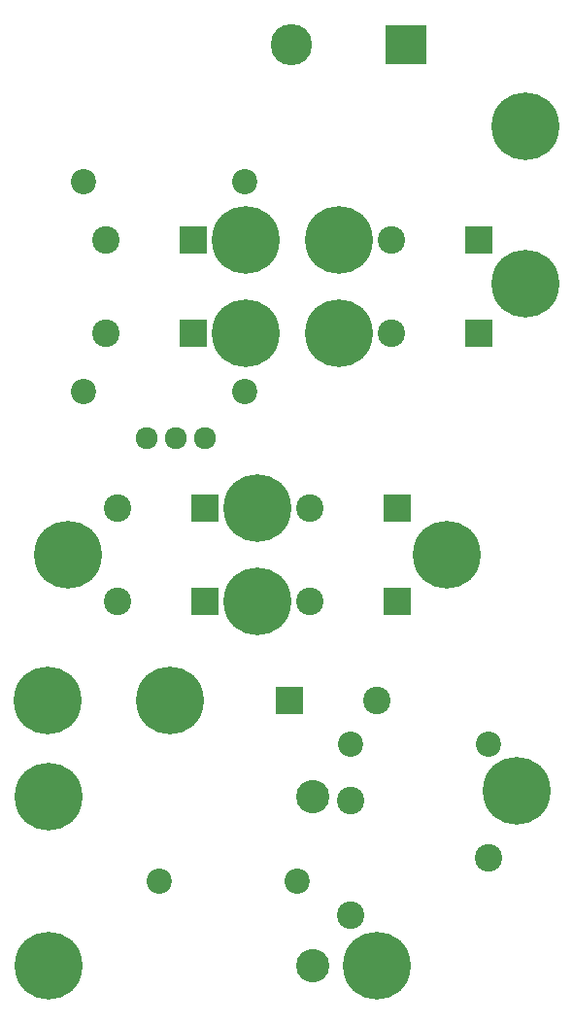
<source format=gbs>
G04 #@! TF.FileFunction,Soldermask,Bot*
%FSLAX46Y46*%
G04 Gerber Fmt 4.6, Leading zero omitted, Abs format (unit mm)*
G04 Created by KiCad (PCBNEW 4.0.4+dfsg1-stable) date Wed Nov  9 14:37:23 2016*
%MOMM*%
%LPD*%
G01*
G04 APERTURE LIST*
%ADD10C,0.100000*%
%ADD11C,2.200000*%
%ADD12C,5.900000*%
%ADD13R,3.600000X3.400000*%
%ADD14C,3.600000*%
%ADD15C,2.400000*%
%ADD16C,2.900000*%
%ADD17O,1.924000X1.924000*%
%ADD18R,2.400000X2.400000*%
G04 APERTURE END LIST*
D10*
D11*
X88996000Y-136144000D03*
X100996000Y-136144000D03*
X117664000Y-124206000D03*
X105664000Y-124206000D03*
D12*
X120142000Y-128270000D03*
X89916000Y-120396000D03*
X79248000Y-120396000D03*
D13*
X110490000Y-63246000D03*
D14*
X100490000Y-63246000D03*
D12*
X81026000Y-107696000D03*
X97536000Y-111760000D03*
X114046000Y-107696000D03*
X97536000Y-103632000D03*
X120904000Y-70358000D03*
X120904000Y-84074000D03*
X104648000Y-80264000D03*
X96520000Y-80264000D03*
X104648000Y-88392000D03*
X96520000Y-88392000D03*
D11*
X96408000Y-93472000D03*
X82408000Y-93472000D03*
X96408000Y-75184000D03*
X82408000Y-75184000D03*
D15*
X117664000Y-134112000D03*
X105664000Y-139112000D03*
X105664000Y-129112000D03*
D12*
X79362000Y-128778000D03*
D16*
X102362000Y-128778000D03*
D12*
X79362000Y-143510000D03*
D16*
X102362000Y-143510000D03*
D17*
X92964000Y-97536000D03*
X90424000Y-97536000D03*
X87884000Y-97536000D03*
D18*
X92964000Y-111760000D03*
D15*
X85344000Y-111760000D03*
D18*
X93008000Y-103632000D03*
D15*
X85388000Y-103632000D03*
D18*
X100330000Y-120396000D03*
D15*
X107950000Y-120396000D03*
D18*
X109728000Y-111760000D03*
D15*
X102108000Y-111760000D03*
D18*
X109728000Y-103632000D03*
D15*
X102108000Y-103632000D03*
D18*
X91948000Y-80264000D03*
D15*
X84328000Y-80264000D03*
D18*
X91948000Y-88392000D03*
D15*
X84328000Y-88392000D03*
D18*
X116840000Y-80264000D03*
D15*
X109220000Y-80264000D03*
D18*
X116840000Y-88392000D03*
D15*
X109220000Y-88392000D03*
D12*
X108000000Y-143510000D03*
M02*

</source>
